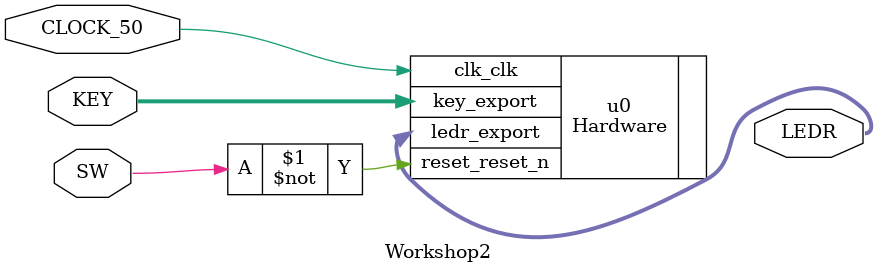
<source format=v>
module Workshop2 (
	input CLOCK_50,
	input [1:0] KEY,
	input [0:0] SW,
	output [9:0] LEDR
	);
		Hardware u0 (
		.clk_clk       (CLOCK_50),       //   clk.clk
		.reset_reset_n (~SW), // reset.reset_n
		.ledr_export   (LEDR[9:0]),   //  ledr.export
		.key_export    (KEY)     //   key.export
	);



endmodule
</source>
